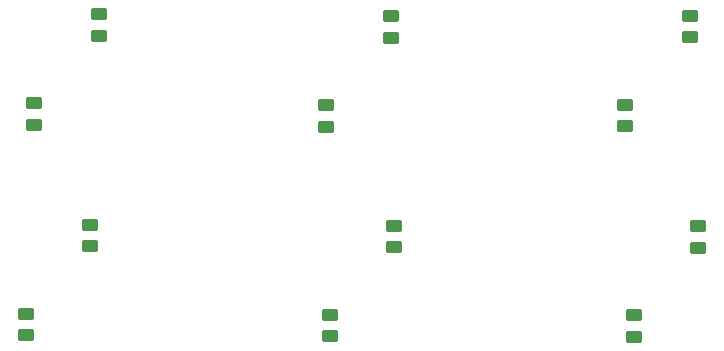
<source format=gbr>
%TF.GenerationSoftware,KiCad,Pcbnew,6.0.7-f9a2dced07~116~ubuntu20.04.1*%
%TF.CreationDate,2022-10-31T15:28:21+01:00*%
%TF.ProjectId,av_citynode_hw,61765f63-6974-4796-9e6f-64655f68772e,rev?*%
%TF.SameCoordinates,Original*%
%TF.FileFunction,Paste,Bot*%
%TF.FilePolarity,Positive*%
%FSLAX46Y46*%
G04 Gerber Fmt 4.6, Leading zero omitted, Abs format (unit mm)*
G04 Created by KiCad (PCBNEW 6.0.7-f9a2dced07~116~ubuntu20.04.1) date 2022-10-31 15:28:21*
%MOMM*%
%LPD*%
G01*
G04 APERTURE LIST*
G04 Aperture macros list*
%AMRoundRect*
0 Rectangle with rounded corners*
0 $1 Rounding radius*
0 $2 $3 $4 $5 $6 $7 $8 $9 X,Y pos of 4 corners*
0 Add a 4 corners polygon primitive as box body*
4,1,4,$2,$3,$4,$5,$6,$7,$8,$9,$2,$3,0*
0 Add four circle primitives for the rounded corners*
1,1,$1+$1,$2,$3*
1,1,$1+$1,$4,$5*
1,1,$1+$1,$6,$7*
1,1,$1+$1,$8,$9*
0 Add four rect primitives between the rounded corners*
20,1,$1+$1,$2,$3,$4,$5,0*
20,1,$1+$1,$4,$5,$6,$7,0*
20,1,$1+$1,$6,$7,$8,$9,0*
20,1,$1+$1,$8,$9,$2,$3,0*%
G04 Aperture macros list end*
%ADD10RoundRect,0.250000X0.450000X-0.262500X0.450000X0.262500X-0.450000X0.262500X-0.450000X-0.262500X0*%
%ADD11RoundRect,0.250000X-0.450000X0.262500X-0.450000X-0.262500X0.450000X-0.262500X0.450000X0.262500X0*%
G04 APERTURE END LIST*
D10*
%TO.C,R1*%
X-21932000Y117520000D03*
X-21932000Y119345000D03*
%TD*%
%TO.C,R1*%
X28837000Y135216000D03*
X28837000Y137041000D03*
%TD*%
%TO.C,R1*%
X3819000Y117444000D03*
X3819000Y119269000D03*
%TD*%
D11*
%TO.C,R3*%
X3536000Y137026000D03*
X3536000Y135201000D03*
%TD*%
D10*
%TO.C,R3*%
X9280000Y124984000D03*
X9280000Y126809000D03*
%TD*%
D11*
%TO.C,R1*%
X8997000Y144566000D03*
X8997000Y142741000D03*
%TD*%
D10*
%TO.C,R3*%
X-15751000Y142892000D03*
X-15751000Y144717000D03*
%TD*%
%TO.C,R3*%
X34298000Y142756000D03*
X34298000Y144581000D03*
%TD*%
%TO.C,R3*%
X35029000Y124960000D03*
X35029000Y126785000D03*
%TD*%
%TO.C,R3*%
X-16471000Y125060000D03*
X-16471000Y126885000D03*
%TD*%
%TO.C,R1*%
X29568000Y117420000D03*
X29568000Y119245000D03*
%TD*%
%TO.C,R1*%
X-21212000Y135352000D03*
X-21212000Y137177000D03*
%TD*%
M02*

</source>
